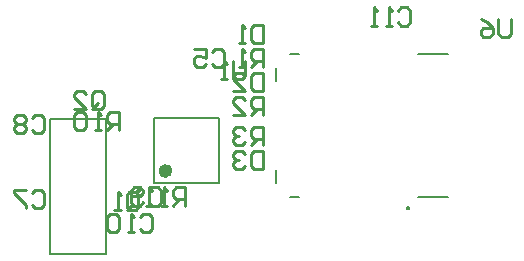
<source format=gbr>
G04 Layer_Color=32896*
%FSLAX42Y42*%
%MOMM*%
%TF.FileFunction,Legend,Bot*%
%TF.Part,Single*%
G01*
G75*
%TA.AperFunction,NonConductor*%
%ADD35C,0.25*%
%ADD37C,0.60*%
%ADD38C,0.25*%
%ADD39C,0.20*%
D35*
X1847Y2456D02*
Y2329D01*
X1821Y2304D01*
X1770D01*
X1745Y2329D01*
Y2456D01*
X1694Y2304D02*
X1643D01*
X1669D01*
Y2456D01*
X1694Y2431D01*
X1339Y1234D02*
Y1387D01*
X1262D01*
X1237Y1361D01*
Y1311D01*
X1262Y1285D01*
X1339D01*
X1288D02*
X1237Y1234D01*
X1186D02*
X1135D01*
X1161D01*
Y1387D01*
X1186Y1361D01*
X1059Y1234D02*
X1008D01*
X1034D01*
Y1387D01*
X1059Y1361D01*
X777Y1872D02*
Y2024D01*
X701D01*
X676Y1999D01*
Y1948D01*
X701Y1923D01*
X777D01*
X726D02*
X676Y1872D01*
X625D02*
X574D01*
X599D01*
Y2024D01*
X625Y1999D01*
X498D02*
X473Y2024D01*
X422D01*
X396Y1999D01*
Y1897D01*
X422Y1872D01*
X473D01*
X498Y1897D01*
Y1999D01*
X1996Y1745D02*
Y1897D01*
X1920D01*
X1895Y1872D01*
Y1821D01*
X1920Y1795D01*
X1996D01*
X1946D02*
X1895Y1745D01*
X1844Y1872D02*
X1819Y1897D01*
X1768D01*
X1743Y1872D01*
Y1846D01*
X1768Y1821D01*
X1793D01*
X1768D01*
X1743Y1795D01*
Y1770D01*
X1768Y1745D01*
X1819D01*
X1844Y1770D01*
X1996Y1999D02*
Y2151D01*
X1920D01*
X1895Y2126D01*
Y2075D01*
X1920Y2049D01*
X1996D01*
X1946D02*
X1895Y1999D01*
X1743D02*
X1844D01*
X1743Y2100D01*
Y2126D01*
X1768Y2151D01*
X1819D01*
X1844Y2126D01*
X1996Y2408D02*
Y2560D01*
X1920D01*
X1895Y2534D01*
Y2484D01*
X1920Y2458D01*
X1996D01*
X1946D02*
X1895Y2408D01*
X1844D02*
X1793D01*
X1819D01*
Y2560D01*
X1844Y2534D01*
X549Y2078D02*
Y2179D01*
X574Y2205D01*
X625D01*
X650Y2179D01*
Y2078D01*
X625Y2052D01*
X574D01*
X599Y2103D02*
X549Y2052D01*
X574D02*
X549Y2078D01*
X396Y2052D02*
X498D01*
X396Y2154D01*
Y2179D01*
X422Y2205D01*
X472D01*
X498Y2179D01*
X841Y1222D02*
Y1323D01*
X866Y1349D01*
X917D01*
X942Y1323D01*
Y1222D01*
X917Y1196D01*
X866D01*
X892Y1247D02*
X841Y1196D01*
X866D02*
X841Y1222D01*
X790Y1196D02*
X739D01*
X765D01*
Y1349D01*
X790Y1323D01*
X1996Y1694D02*
Y1541D01*
X1920D01*
X1895Y1567D01*
Y1668D01*
X1920Y1694D01*
X1996D01*
X1844Y1668D02*
X1819Y1694D01*
X1768D01*
X1743Y1668D01*
Y1643D01*
X1768Y1618D01*
X1793D01*
X1768D01*
X1743Y1592D01*
Y1567D01*
X1768Y1541D01*
X1819D01*
X1844Y1567D01*
X1996Y2354D02*
Y2202D01*
X1920D01*
X1895Y2227D01*
Y2329D01*
X1920Y2354D01*
X1996D01*
X1743Y2202D02*
X1844D01*
X1743Y2303D01*
Y2329D01*
X1768Y2354D01*
X1819D01*
X1844Y2329D01*
X1996Y2761D02*
Y2608D01*
X1920D01*
X1895Y2634D01*
Y2735D01*
X1920Y2761D01*
X1996D01*
X1844Y2608D02*
X1793D01*
X1819D01*
Y2761D01*
X1844Y2735D01*
X3142Y2885D02*
X3167Y2911D01*
X3218D01*
X3244Y2885D01*
Y2784D01*
X3218Y2758D01*
X3167D01*
X3142Y2784D01*
X3091Y2758D02*
X3040D01*
X3066D01*
Y2911D01*
X3091Y2885D01*
X2964Y2758D02*
X2913D01*
X2939D01*
Y2911D01*
X2964Y2885D01*
X955Y1135D02*
X980Y1161D01*
X1031D01*
X1057Y1135D01*
Y1034D01*
X1031Y1008D01*
X980D01*
X955Y1034D01*
X904Y1008D02*
X854D01*
X879D01*
Y1161D01*
X904Y1135D01*
X777D02*
X752Y1161D01*
X701D01*
X676Y1135D01*
Y1034D01*
X701Y1008D01*
X752D01*
X777Y1034D01*
Y1135D01*
X1034Y1361D02*
X1059Y1387D01*
X1110D01*
X1135Y1361D01*
Y1260D01*
X1110Y1234D01*
X1059D01*
X1034Y1260D01*
X983D02*
X958Y1234D01*
X907D01*
X881Y1260D01*
Y1361D01*
X907Y1387D01*
X958D01*
X983Y1361D01*
Y1336D01*
X958Y1311D01*
X881D01*
X41Y1974D02*
X66Y1999D01*
X117D01*
X142Y1974D01*
Y1872D01*
X117Y1847D01*
X66D01*
X41Y1872D01*
X-10Y1974D02*
X-36Y1999D01*
X-86D01*
X-112Y1974D01*
Y1948D01*
X-86Y1923D01*
X-112Y1897D01*
Y1872D01*
X-86Y1847D01*
X-36D01*
X-10Y1872D01*
Y1897D01*
X-36Y1923D01*
X-10Y1948D01*
Y1974D01*
X-36Y1923D02*
X-86D01*
X41Y1339D02*
X66Y1364D01*
X117D01*
X142Y1339D01*
Y1237D01*
X117Y1212D01*
X66D01*
X41Y1237D01*
X-10Y1364D02*
X-112D01*
Y1339D01*
X-10Y1237D01*
Y1212D01*
X1567Y2530D02*
X1593Y2555D01*
X1643D01*
X1669Y2530D01*
Y2428D01*
X1643Y2403D01*
X1593D01*
X1567Y2428D01*
X1415Y2555D02*
X1516D01*
Y2479D01*
X1466Y2504D01*
X1440D01*
X1415Y2479D01*
Y2428D01*
X1440Y2403D01*
X1491D01*
X1516Y2428D01*
X4092Y2811D02*
Y2684D01*
X4067Y2659D01*
X4016D01*
X3990Y2684D01*
Y2811D01*
X3838D02*
X3889Y2786D01*
X3940Y2735D01*
Y2684D01*
X3914Y2659D01*
X3863D01*
X3838Y2684D01*
Y2710D01*
X3863Y2735D01*
X3940D01*
D37*
X1201Y1527D02*
G03*
X1201Y1527I-30J0D01*
G01*
D38*
X954Y1357D02*
G03*
X954Y1357I-12J0D01*
G01*
D39*
X197Y827D02*
X667D01*
Y1967D01*
X197D02*
X667D01*
X197Y827D02*
Y1967D01*
X1071Y1977D02*
X1621D01*
X1071Y1427D02*
X1621D01*
Y1977D01*
X1071Y1427D02*
Y1977D01*
X2103Y1428D02*
Y1538D01*
Y2288D02*
Y2398D01*
X3313Y2518D02*
X3563D01*
X3313Y1308D02*
X3563D01*
X2223D02*
X2303D01*
X2223Y2518D02*
X2303D01*
X3218Y1203D02*
X3235D01*
Y1220D01*
X3218D01*
Y1203D01*
%TF.MD5,97324d95f475fe4c93b3b4c89f107978*%
M02*

</source>
